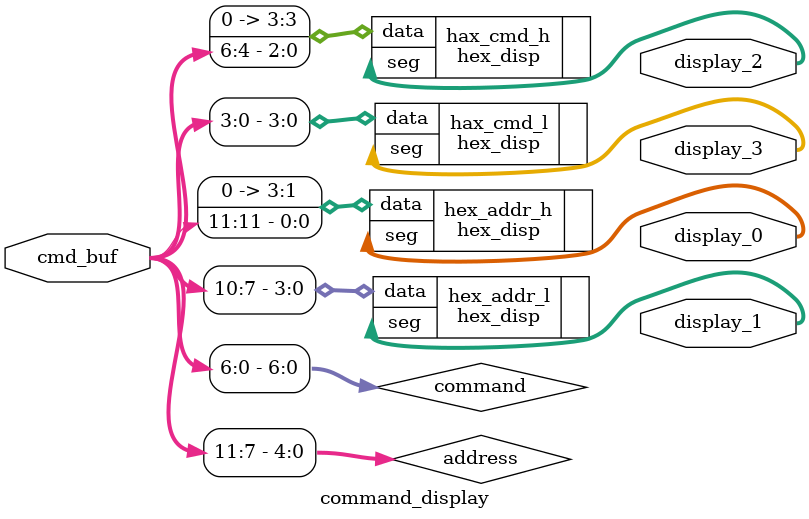
<source format=v>
`ifndef COMMAND_DISPLAY_V
`define COMMAND_DISPLAY_V
`include "hex_disp.v"

module command_display (
    input[11:0] cmd_buf,
    // output[0:6] displays[3:0],
    output[0:6] display_0,
    output[0:6] display_1,
    output[0:6] display_2,
    output[0:6] display_3
);
    wire[4:0] address;
    wire[6:0] command;

    assign {address, command} = cmd_buf;

    hex_disp hex_addr_h(.data({3'b000, address[4]}), .seg(display_0));
    hex_disp hex_addr_l(.data(address[3:0]), .seg(display_1));
    hex_disp hax_cmd_h(.data({1'b0, command[6:4]}), .seg(display_2));
    hex_disp hax_cmd_l(.data(command[3:0]), .seg(display_3));
endmodule
`endif

</source>
